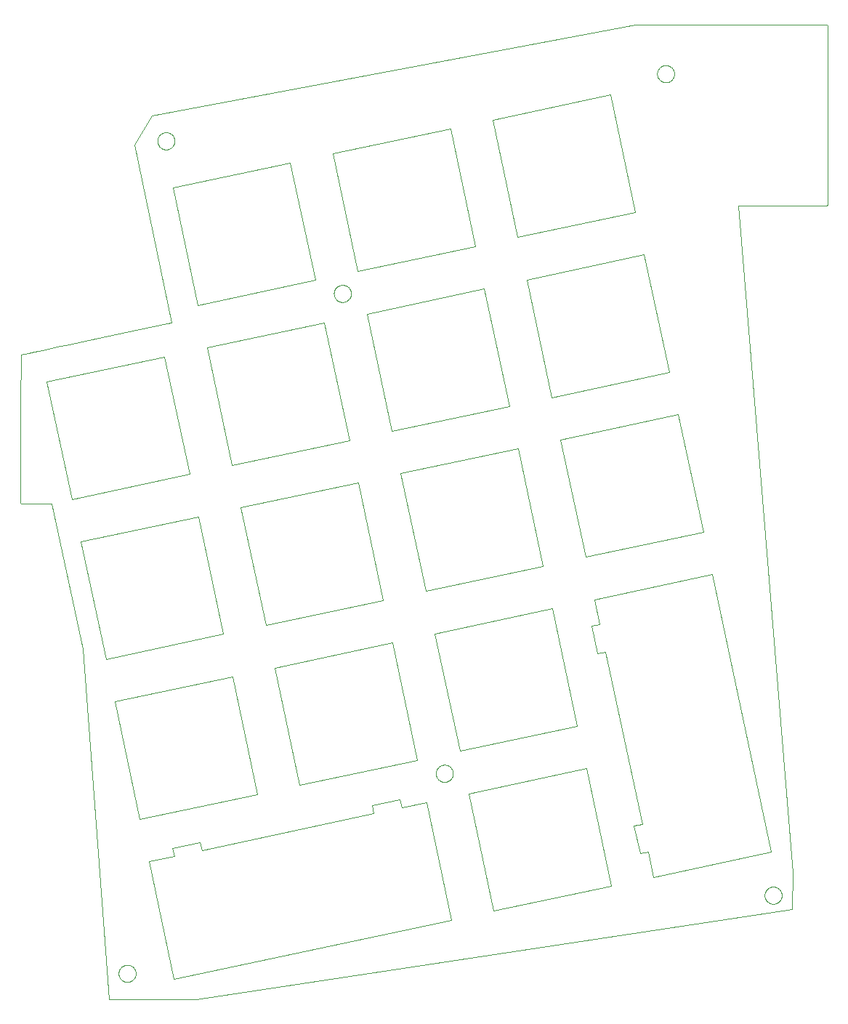
<source format=gm1>
G04 #@! TF.GenerationSoftware,KiCad,Pcbnew,(5.1.5-0-10_14)*
G04 #@! TF.CreationDate,2020-05-14T05:38:48+09:00*
G04 #@! TF.ProjectId,N-key-v02,4e2d6b65-792d-4763-9032-2e6b69636164,rev?*
G04 #@! TF.SameCoordinates,Original*
G04 #@! TF.FileFunction,Profile,NP*
%FSLAX46Y46*%
G04 Gerber Fmt 4.6, Leading zero omitted, Abs format (unit mm)*
G04 Created by KiCad (PCBNEW (5.1.5-0-10_14)) date 2020-05-14 05:38:48*
%MOMM*%
%LPD*%
G04 APERTURE LIST*
%ADD10C,0.050000*%
G04 APERTURE END LIST*
D10*
X174938387Y-66684440D02*
X174982429Y-66678264D01*
X174982429Y-66678264D02*
X175017812Y-66663284D01*
X175017812Y-66663284D02*
X175046689Y-66642101D01*
X175046689Y-66642101D02*
X175070035Y-66615284D01*
X175070035Y-66615284D02*
X175087487Y-66582529D01*
X175087487Y-66582529D02*
X175097446Y-66541977D01*
X175097446Y-66541977D02*
X175098407Y-66524420D01*
X168760260Y-148059944D02*
X168711070Y-148058761D01*
X168711070Y-148058761D02*
X168664278Y-148055425D01*
X168664278Y-148055425D02*
X168618892Y-148050089D01*
X168618892Y-148050089D02*
X168575881Y-148043085D01*
X168575881Y-148043085D02*
X168533128Y-148034194D01*
X168533128Y-148034194D02*
X168491066Y-148023514D01*
X168491066Y-148023514D02*
X168451202Y-148011559D01*
X168451202Y-148011559D02*
X168410621Y-147997486D01*
X168410621Y-147997486D02*
X168374548Y-147983293D01*
X168374548Y-147983293D02*
X168336421Y-147966483D01*
X168336421Y-147966483D02*
X168302008Y-147949630D01*
X168302008Y-147949630D02*
X168267695Y-147931149D01*
X168267695Y-147931149D02*
X168234846Y-147911788D01*
X168234846Y-147911788D02*
X168203133Y-147891437D01*
X168203133Y-147891437D02*
X168173164Y-147870603D01*
X168173164Y-147870603D02*
X168143419Y-147848257D01*
X168143419Y-147848257D02*
X168114261Y-147824607D01*
X168114261Y-147824607D02*
X168087415Y-147801159D01*
X168087415Y-147801159D02*
X168060890Y-147776263D01*
X168060890Y-147776263D02*
X168035544Y-147750696D01*
X168035544Y-147750696D02*
X168010505Y-147723534D01*
X168010505Y-147723534D02*
X167986714Y-147695750D01*
X167986714Y-147695750D02*
X167963364Y-147666351D01*
X167963364Y-147666351D02*
X167941981Y-147637300D01*
X167941981Y-147637300D02*
X167921636Y-147607464D01*
X167921636Y-147607464D02*
X167900021Y-147572988D01*
X167900021Y-147572988D02*
X167881694Y-147541070D01*
X167881694Y-147541070D02*
X167864353Y-147508088D01*
X167864353Y-147508088D02*
X167847357Y-147472493D01*
X167847357Y-147472493D02*
X167831740Y-147436136D01*
X167831740Y-147436136D02*
X167817665Y-147399411D01*
X167817665Y-147399411D02*
X167804897Y-147361640D01*
X167804897Y-147361640D02*
X167793205Y-147321718D01*
X167793205Y-147321718D02*
X167783062Y-147280742D01*
X167783062Y-147280742D02*
X167774485Y-147238349D01*
X167774485Y-147238349D02*
X167767608Y-147194541D01*
X167767608Y-147194541D02*
X167762405Y-147147353D01*
X167762405Y-147147353D02*
X167759416Y-147099525D01*
X167759416Y-147099525D02*
X167758654Y-147060031D01*
X98955472Y-142479564D02*
X98955472Y-142479564D01*
X96002384Y-143106944D02*
X98955472Y-142479564D01*
X98913224Y-156801778D02*
X96002384Y-143106944D01*
X131251234Y-149949704D02*
X98913224Y-156801778D01*
X128340394Y-136255718D02*
X131251234Y-149949704D01*
X125453260Y-136846691D02*
X128340394Y-136255718D01*
X125253447Y-135905198D02*
X125453260Y-136846691D01*
X122025107Y-136590998D02*
X125253447Y-135905198D01*
X122225767Y-137533338D02*
X122025107Y-136590998D01*
X102183389Y-141792918D02*
X122225767Y-137533338D01*
X81087842Y-84196894D02*
X81087440Y-84361182D01*
X81087440Y-84361182D02*
X81086087Y-84915115D01*
X81086087Y-84915115D02*
X81083052Y-86157586D01*
X81083052Y-86157586D02*
X81078895Y-87858419D01*
X81078895Y-87858419D02*
X81075749Y-89145736D01*
X81075749Y-89145736D02*
X81070645Y-91234286D01*
X81070645Y-91234286D02*
X81063525Y-94147007D01*
X81063525Y-94147007D02*
X81056740Y-96922267D01*
X81056740Y-96922267D02*
X81051000Y-99269785D01*
X81051000Y-99269785D02*
X81047877Y-100545853D01*
X81047877Y-100545853D02*
X81046772Y-100997217D01*
X81046772Y-100997217D02*
X81046222Y-101222338D01*
X81046222Y-101222338D02*
X81046017Y-101305995D01*
X81046017Y-101305995D02*
X81052150Y-101350268D01*
X81052150Y-101350268D02*
X81066971Y-101385559D01*
X81066971Y-101385559D02*
X81088106Y-101414517D01*
X81088106Y-101414517D02*
X81092753Y-101419364D01*
X88301188Y-118396978D02*
X91398549Y-159187684D01*
X148277699Y-118906671D02*
X147591054Y-115679178D01*
X149219194Y-118706858D02*
X148277699Y-118906671D01*
X153479619Y-138749151D02*
X149219194Y-118706858D01*
X152537279Y-138948964D02*
X153479619Y-138749151D01*
X153223927Y-142177304D02*
X152537279Y-138948964D01*
X154165420Y-141976644D02*
X153223927Y-142177304D01*
X170989534Y-148716958D02*
X171020014Y-144425204D01*
X101495726Y-159187684D02*
X170989534Y-148716958D01*
X105737780Y-121576211D02*
X108648620Y-135270198D01*
X154165420Y-141976644D02*
X154165420Y-141976644D01*
X154792800Y-144929818D02*
X154165420Y-141976644D01*
X168487634Y-142018978D02*
X154792800Y-144929818D01*
X161636407Y-109680883D02*
X168487634Y-142018978D01*
X147941574Y-112591723D02*
X161636407Y-109680883D01*
X148533394Y-115478518D02*
X147941574Y-112591723D01*
X147591054Y-115679178D02*
X148533394Y-115478518D01*
X168760260Y-148059944D02*
X168760260Y-148059944D01*
X146962827Y-132274691D02*
X146962827Y-132274691D01*
X133268840Y-135185531D02*
X146962827Y-132274691D01*
X136179680Y-148880364D02*
X133268840Y-135185531D01*
X149873666Y-145968678D02*
X136179680Y-148880364D01*
X146962827Y-132274691D02*
X149873666Y-145968678D01*
X169758480Y-147060031D02*
X169757273Y-147109538D01*
X169757273Y-147109538D02*
X169753850Y-147156844D01*
X169753850Y-147156844D02*
X169748479Y-147201951D01*
X169748479Y-147201951D02*
X169741278Y-147245651D01*
X169741278Y-147245651D02*
X169732559Y-147287177D01*
X169732559Y-147287177D02*
X169722348Y-147327304D01*
X169722348Y-147327304D02*
X169710424Y-147367129D01*
X169710424Y-147367129D02*
X169697438Y-147404803D01*
X169697438Y-147404803D02*
X169681254Y-147445998D01*
X169681254Y-147445998D02*
X169665899Y-147480775D01*
X169665899Y-147480775D02*
X169649279Y-147514845D01*
X169649279Y-147514845D02*
X169631422Y-147548172D01*
X169631422Y-147548172D02*
X169610783Y-147583302D01*
X169610783Y-147583302D02*
X169589618Y-147616246D01*
X169589618Y-147616246D02*
X169568982Y-147645857D01*
X169568982Y-147645857D02*
X169547322Y-147674672D01*
X169547322Y-147674672D02*
X169524664Y-147702669D01*
X169524664Y-147702669D02*
X169501161Y-147729679D01*
X169501161Y-147729679D02*
X169476464Y-147756096D01*
X169476464Y-147756096D02*
X169450975Y-147781473D01*
X169450975Y-147781473D02*
X169424593Y-147805922D01*
X169424593Y-147805922D02*
X169397350Y-147829423D01*
X169397350Y-147829423D02*
X169369269Y-147851941D01*
X169369269Y-147851941D02*
X169340379Y-147873457D01*
X169340379Y-147873457D02*
X169310704Y-147893940D01*
X169310704Y-147893940D02*
X169280113Y-147913463D01*
X169280113Y-147913463D02*
X169248130Y-147932261D01*
X169248130Y-147932261D02*
X169214401Y-147950409D01*
X169214401Y-147950409D02*
X169177858Y-147968240D01*
X169177858Y-147968240D02*
X169141739Y-147984097D01*
X169141739Y-147984097D02*
X169103467Y-147999075D01*
X169103467Y-147999075D02*
X169065912Y-148012030D01*
X169065912Y-148012030D02*
X169026598Y-148023823D01*
X169026598Y-148023823D02*
X168985879Y-148034194D01*
X168985879Y-148034194D02*
X168943755Y-148043013D01*
X168943755Y-148043013D02*
X168900434Y-148050116D01*
X168900434Y-148050116D02*
X168855542Y-148055425D01*
X168855542Y-148055425D02*
X168807487Y-148058836D01*
X168807487Y-148058836D02*
X168760260Y-148059944D01*
X168760260Y-146060118D02*
X168809079Y-146061299D01*
X168809079Y-146061299D02*
X168856131Y-146064697D01*
X168856131Y-146064697D02*
X168903535Y-146070399D01*
X168903535Y-146070399D02*
X168946431Y-146077574D01*
X168946431Y-146077574D02*
X168989827Y-146086829D01*
X168989827Y-146086829D02*
X169030670Y-146097432D01*
X169030670Y-146097432D02*
X169070279Y-146109522D01*
X169070279Y-146109522D02*
X169107756Y-146122665D01*
X169107756Y-146122665D02*
X169144193Y-146137099D01*
X169144193Y-146137099D02*
X169180607Y-146153227D01*
X169180607Y-146153227D02*
X169214570Y-146169888D01*
X169214570Y-146169888D02*
X169247802Y-146187783D01*
X169247802Y-146187783D02*
X169279954Y-146206689D01*
X169279954Y-146206689D02*
X169310704Y-146226332D01*
X169310704Y-146226332D02*
X169340683Y-146247054D01*
X169340683Y-146247054D02*
X169370456Y-146269288D01*
X169370456Y-146269288D02*
X169398502Y-146291868D01*
X169398502Y-146291868D02*
X169425710Y-146315424D01*
X169425710Y-146315424D02*
X169455286Y-146343059D01*
X169455286Y-146343059D02*
X169480624Y-146368601D01*
X169480624Y-146368601D02*
X169505041Y-146395039D01*
X169505041Y-146395039D02*
X169528510Y-146422343D01*
X169528510Y-146422343D02*
X169550772Y-146450188D01*
X169550772Y-146450188D02*
X169572493Y-146479445D01*
X169572493Y-146479445D02*
X169592955Y-146509190D01*
X169592955Y-146509190D02*
X169613146Y-146540986D01*
X169613146Y-146540986D02*
X169631607Y-146572586D01*
X169631607Y-146572586D02*
X169649279Y-146605582D01*
X169649279Y-146605582D02*
X169665899Y-146639642D01*
X169665899Y-146639642D02*
X169681695Y-146675466D01*
X169681695Y-146675466D02*
X169696378Y-146712721D01*
X169696378Y-146712721D02*
X169709477Y-146750322D01*
X169709477Y-146750322D02*
X169721208Y-146788957D01*
X169721208Y-146788957D02*
X169731583Y-146828990D01*
X169731583Y-146828990D02*
X169740624Y-146871182D01*
X169740624Y-146871182D02*
X169747976Y-146914788D01*
X169747976Y-146914788D02*
X169753502Y-146959797D01*
X169753502Y-146959797D02*
X169757215Y-147009391D01*
X169757215Y-147009391D02*
X169758479Y-147059626D01*
X169758479Y-147059626D02*
X169758480Y-147060031D01*
X167758654Y-147060031D02*
X167759824Y-147011186D01*
X167759824Y-147011186D02*
X167763271Y-146963345D01*
X167763271Y-146963345D02*
X167768853Y-146916730D01*
X167768853Y-146916730D02*
X167776114Y-146873097D01*
X167776114Y-146873097D02*
X167784885Y-146831631D01*
X167784885Y-146831631D02*
X167795248Y-146791185D01*
X167795248Y-146791185D02*
X167807002Y-146752146D01*
X167807002Y-146752146D02*
X167820157Y-146714155D01*
X167820157Y-146714155D02*
X167834635Y-146677223D01*
X167834635Y-146677223D02*
X167849883Y-146642398D01*
X167849883Y-146642398D02*
X167867089Y-146606929D01*
X167867089Y-146606929D02*
X167884900Y-146573574D01*
X167884900Y-146573574D02*
X167903333Y-146541952D01*
X167903333Y-146541952D02*
X167923292Y-146510447D01*
X167923292Y-146510447D02*
X167943942Y-146480363D01*
X167943942Y-146480363D02*
X167966109Y-146450485D01*
X167966109Y-146450485D02*
X167988628Y-146422343D01*
X167988628Y-146422343D02*
X168012126Y-146395039D01*
X168012126Y-146395039D02*
X168036582Y-146368601D01*
X168036582Y-146368601D02*
X168061965Y-146343059D01*
X168061965Y-146343059D02*
X168088250Y-146318436D01*
X168088250Y-146318436D02*
X168116272Y-146294035D01*
X168116272Y-146294035D02*
X168149359Y-146267451D01*
X168149359Y-146267451D02*
X168180814Y-146244216D01*
X168180814Y-146244216D02*
X168210670Y-146223844D01*
X168210670Y-146223844D02*
X168242579Y-146203750D01*
X168242579Y-146203750D02*
X168274791Y-146185112D01*
X168274791Y-146185112D02*
X168308424Y-146167309D01*
X168308424Y-146167309D02*
X168344359Y-146150046D01*
X168344359Y-146150046D02*
X168380720Y-146134332D01*
X168380720Y-146134332D02*
X168417810Y-146120025D01*
X168417810Y-146120025D02*
X168455597Y-146107162D01*
X168455597Y-146107162D02*
X168495165Y-146095472D01*
X168495165Y-146095472D02*
X168535780Y-146085295D01*
X168535780Y-146085295D02*
X168577420Y-146076715D01*
X168577420Y-146076715D02*
X168621234Y-146069657D01*
X168621234Y-146069657D02*
X168666456Y-146064436D01*
X168666456Y-146064436D02*
X168714276Y-146061149D01*
X168714276Y-146061149D02*
X168760260Y-146060118D01*
X101774280Y-102928716D02*
X104685374Y-116623211D01*
X143005507Y-113654374D02*
X143005507Y-113654374D01*
X129310674Y-116565638D02*
X143005507Y-113654374D01*
X132221514Y-130259624D02*
X129310674Y-116565638D01*
X145916347Y-127348784D02*
X132221514Y-130259624D01*
X143005507Y-113654374D02*
X145916347Y-127348784D01*
X129453760Y-132858891D02*
X129454931Y-132810046D01*
X129454931Y-132810046D02*
X129458385Y-132762205D01*
X129458385Y-132762205D02*
X129463810Y-132716758D01*
X129463810Y-132716758D02*
X129471250Y-132671957D01*
X129471250Y-132671957D02*
X129480034Y-132630491D01*
X129480034Y-132630491D02*
X129490414Y-132590045D01*
X129490414Y-132590045D02*
X129502186Y-132551006D01*
X129502186Y-132551006D02*
X129515359Y-132513015D01*
X129515359Y-132513015D02*
X129531031Y-132473273D01*
X129531031Y-132473273D02*
X129546401Y-132438502D01*
X129546401Y-132438502D02*
X129563042Y-132404442D01*
X129563042Y-132404442D02*
X129581012Y-132370951D01*
X129581012Y-132370951D02*
X129600011Y-132338558D01*
X129600011Y-132338558D02*
X129620279Y-132306796D01*
X129620279Y-132306796D02*
X129640819Y-132277081D01*
X129640819Y-132277081D02*
X129662390Y-132248157D01*
X129662390Y-132248157D02*
X129685931Y-132218895D01*
X129685931Y-132218895D02*
X129709529Y-132191663D01*
X129709529Y-132191663D02*
X129734079Y-132165299D01*
X129734079Y-132165299D02*
X129759552Y-132139832D01*
X129759552Y-132139832D02*
X129785924Y-132115286D01*
X129785924Y-132115286D02*
X129812880Y-132091930D01*
X129812880Y-132091930D02*
X129844527Y-132066540D01*
X129844527Y-132066540D02*
X129876289Y-132043076D01*
X129876289Y-132043076D02*
X129906151Y-132022704D01*
X129906151Y-132022704D02*
X129938063Y-132002610D01*
X129938063Y-132002610D02*
X129970274Y-131983972D01*
X129970274Y-131983972D02*
X130003903Y-131966169D01*
X130003903Y-131966169D02*
X130039830Y-131948906D01*
X130039830Y-131948906D02*
X130076180Y-131933192D01*
X130076180Y-131933192D02*
X130112714Y-131919081D01*
X130112714Y-131919081D02*
X130151022Y-131906022D01*
X130151022Y-131906022D02*
X130189819Y-131894536D01*
X130189819Y-131894536D02*
X130230392Y-131884329D01*
X130230392Y-131884329D02*
X130272367Y-131875646D01*
X130272367Y-131875646D02*
X130316132Y-131868571D01*
X130316132Y-131868571D02*
X130361693Y-131863296D01*
X130361693Y-131863296D02*
X130409451Y-131860009D01*
X130409451Y-131860009D02*
X130455367Y-131858978D01*
X130455367Y-133858804D02*
X130402847Y-133857451D01*
X130402847Y-133857451D02*
X130355373Y-133853884D01*
X130355373Y-133853884D02*
X130308339Y-133848109D01*
X130308339Y-133848109D02*
X130265455Y-133840861D01*
X130265455Y-133840861D02*
X130223584Y-133831905D01*
X130223584Y-133831905D02*
X130182010Y-133821125D01*
X130182010Y-133821125D02*
X130142610Y-133809112D01*
X130142610Y-133809112D02*
X130104636Y-133795812D01*
X130104636Y-133795812D02*
X130068781Y-133781640D01*
X130068781Y-133781640D02*
X130031894Y-133765343D01*
X130031894Y-133765343D02*
X129997488Y-133748490D01*
X129997488Y-133748490D02*
X129963178Y-133730009D01*
X129963178Y-133730009D02*
X129930330Y-133710648D01*
X129930330Y-133710648D02*
X129898613Y-133690297D01*
X129898613Y-133690297D02*
X129868638Y-133669463D01*
X129868638Y-133669463D02*
X129837702Y-133646193D01*
X129837702Y-133646193D02*
X129809716Y-133623467D01*
X129809716Y-133623467D02*
X129782858Y-133600019D01*
X129782858Y-133600019D02*
X129756319Y-133575123D01*
X129756319Y-133575123D02*
X129730959Y-133549556D01*
X129730959Y-133549556D02*
X129706527Y-133523094D01*
X129706527Y-133523094D02*
X129682333Y-133494900D01*
X129682333Y-133494900D02*
X129659638Y-133466404D01*
X129659638Y-133466404D02*
X129635801Y-133434009D01*
X129635801Y-133434009D02*
X129615309Y-133403803D01*
X129615309Y-133403803D02*
X129594546Y-133370553D01*
X129594546Y-133370553D02*
X129575793Y-133337778D01*
X129575793Y-133337778D02*
X129558171Y-133304068D01*
X129558171Y-133304068D02*
X129541968Y-133269969D01*
X129541968Y-133269969D02*
X129526814Y-133234642D01*
X129526814Y-133234642D02*
X129512735Y-133197912D01*
X129512735Y-133197912D02*
X129499963Y-133160134D01*
X129499963Y-133160134D02*
X129488368Y-133120578D01*
X129488368Y-133120578D02*
X129478209Y-133079602D01*
X129478209Y-133079602D02*
X129469617Y-133037209D01*
X129469617Y-133037209D02*
X129462729Y-132993401D01*
X129462729Y-132993401D02*
X129457517Y-132946213D01*
X129457517Y-132946213D02*
X129454523Y-132898385D01*
X129454523Y-132898385D02*
X129453760Y-132858891D01*
X105737780Y-121576211D02*
X105737780Y-121576211D01*
X81214419Y-84040768D02*
X81214419Y-84040768D01*
X94489729Y-156165084D02*
X94488532Y-156214320D01*
X94488532Y-156214320D02*
X94484948Y-156263342D01*
X94484948Y-156263342D02*
X94479200Y-156310514D01*
X94479200Y-156310514D02*
X94471882Y-156353926D01*
X94471882Y-156353926D02*
X94462488Y-156397625D01*
X94462488Y-156397625D02*
X94451954Y-156438003D01*
X94451954Y-156438003D02*
X94439795Y-156477700D01*
X94439795Y-156477700D02*
X94426590Y-156515250D01*
X94426590Y-156515250D02*
X94410915Y-156554555D01*
X94410915Y-156554555D02*
X94393967Y-156592333D01*
X94393967Y-156592333D02*
X94377103Y-156626250D01*
X94377103Y-156626250D02*
X94359008Y-156659425D01*
X94359008Y-156659425D02*
X94339714Y-156691827D01*
X94339714Y-156691827D02*
X94319255Y-156723427D01*
X94319255Y-156723427D02*
X94294316Y-156758731D01*
X94294316Y-156758731D02*
X94271209Y-156788794D01*
X94271209Y-156788794D02*
X94248473Y-156816239D01*
X94248473Y-156816239D02*
X94224287Y-156843398D01*
X94224287Y-156843398D02*
X94199413Y-156869391D01*
X94199413Y-156869391D02*
X94172532Y-156895501D01*
X94172532Y-156895501D02*
X94145828Y-156919615D01*
X94145828Y-156919615D02*
X94118269Y-156942767D01*
X94118269Y-156942767D02*
X94088687Y-156965835D01*
X94088687Y-156965835D02*
X94059468Y-156986942D01*
X94059468Y-156986942D02*
X94029162Y-157007212D01*
X94029162Y-157007212D02*
X93997443Y-157026772D01*
X93997443Y-157026772D02*
X93965131Y-157045079D01*
X93965131Y-157045079D02*
X93931074Y-157062703D01*
X93931074Y-157062703D02*
X93892637Y-157080660D01*
X93892637Y-157080660D02*
X93856708Y-157095681D01*
X93856708Y-157095681D02*
X93820090Y-157109321D01*
X93820090Y-157109321D02*
X93781170Y-157122056D01*
X93781170Y-157122056D02*
X93741201Y-157133309D01*
X93741201Y-157133309D02*
X93700392Y-157142958D01*
X93700392Y-157142958D02*
X93657814Y-157151107D01*
X93657814Y-157151107D02*
X93613262Y-157157591D01*
X93613262Y-157157591D02*
X93567714Y-157162108D01*
X93567714Y-157162108D02*
X93518000Y-157164648D01*
X93518000Y-157164648D02*
X93491509Y-157164998D01*
X93491509Y-155165171D02*
X93540747Y-155166371D01*
X93540747Y-155166371D02*
X93587420Y-155169750D01*
X93587420Y-155169750D02*
X93634840Y-155175452D01*
X93634840Y-155175452D02*
X93678132Y-155182699D01*
X93678132Y-155182699D02*
X93721156Y-155191882D01*
X93721156Y-155191882D02*
X93762008Y-155202485D01*
X93762008Y-155202485D02*
X93801625Y-155214575D01*
X93801625Y-155214575D02*
X93839109Y-155227718D01*
X93839109Y-155227718D02*
X93875550Y-155242152D01*
X93875550Y-155242152D02*
X93911966Y-155258280D01*
X93911966Y-155258280D02*
X93945931Y-155274941D01*
X93945931Y-155274941D02*
X93979164Y-155292836D01*
X93979164Y-155292836D02*
X94011315Y-155311742D01*
X94011315Y-155311742D02*
X94042065Y-155331385D01*
X94042065Y-155331385D02*
X94072042Y-155352107D01*
X94072042Y-155352107D02*
X94101811Y-155374341D01*
X94101811Y-155374341D02*
X94129856Y-155396921D01*
X94129856Y-155396921D02*
X94157060Y-155420477D01*
X94157060Y-155420477D02*
X94186631Y-155448112D01*
X94186631Y-155448112D02*
X94211965Y-155473654D01*
X94211965Y-155473654D02*
X94236378Y-155500092D01*
X94236378Y-155500092D02*
X94259842Y-155527396D01*
X94259842Y-155527396D02*
X94282099Y-155555241D01*
X94282099Y-155555241D02*
X94303813Y-155584498D01*
X94303813Y-155584498D02*
X94324371Y-155614399D01*
X94324371Y-155614399D02*
X94344454Y-155646039D01*
X94344454Y-155646039D02*
X94362910Y-155677639D01*
X94362910Y-155677639D02*
X94380576Y-155710635D01*
X94380576Y-155710635D02*
X94397189Y-155744695D01*
X94397189Y-155744695D02*
X94412980Y-155780519D01*
X94412980Y-155780519D02*
X94427657Y-155817774D01*
X94427657Y-155817774D02*
X94440750Y-155855375D01*
X94440750Y-155855375D02*
X94452477Y-155894010D01*
X94452477Y-155894010D02*
X94462846Y-155934043D01*
X94462846Y-155934043D02*
X94471882Y-155976235D01*
X94471882Y-155976235D02*
X94479230Y-156019841D01*
X94479230Y-156019841D02*
X94484753Y-156064850D01*
X94484753Y-156064850D02*
X94488465Y-156114444D01*
X94488465Y-156114444D02*
X94489728Y-156164679D01*
X94489728Y-156164679D02*
X94489729Y-156165084D01*
X92489733Y-156165084D02*
X92490903Y-156116239D01*
X92490903Y-156116239D02*
X92494355Y-156068398D01*
X92494355Y-156068398D02*
X92499777Y-156022951D01*
X92499777Y-156022951D02*
X92507214Y-155978150D01*
X92507214Y-155978150D02*
X92515996Y-155936684D01*
X92515996Y-155936684D02*
X92526370Y-155896238D01*
X92526370Y-155896238D02*
X92538138Y-155857199D01*
X92538138Y-155857199D02*
X92551306Y-155819208D01*
X92551306Y-155819208D02*
X92566971Y-155779466D01*
X92566971Y-155779466D02*
X92582335Y-155744695D01*
X92582335Y-155744695D02*
X92598972Y-155710635D01*
X92598972Y-155710635D02*
X92616847Y-155677309D01*
X92616847Y-155677309D02*
X92635341Y-155645716D01*
X92635341Y-155645716D02*
X92656195Y-155612989D01*
X92656195Y-155612989D02*
X92676731Y-155583274D01*
X92676731Y-155583274D02*
X92698298Y-155554350D01*
X92698298Y-155554350D02*
X92721835Y-155525088D01*
X92721835Y-155525088D02*
X92745430Y-155497856D01*
X92745430Y-155497856D02*
X92769717Y-155471762D01*
X92769717Y-155471762D02*
X92795451Y-155446025D01*
X92795451Y-155446025D02*
X92821822Y-155421479D01*
X92821822Y-155421479D02*
X92848777Y-155398123D01*
X92848777Y-155398123D02*
X92880426Y-155372733D01*
X92880426Y-155372733D02*
X92912190Y-155349269D01*
X92912190Y-155349269D02*
X92942054Y-155328897D01*
X92942054Y-155328897D02*
X92974940Y-155308218D01*
X92974940Y-155308218D02*
X93008010Y-155289159D01*
X93008010Y-155289159D02*
X93041179Y-155271679D01*
X93041179Y-155271679D02*
X93075760Y-155255099D01*
X93075760Y-155255099D02*
X93112120Y-155239385D01*
X93112120Y-155239385D02*
X93149208Y-155225078D01*
X93149208Y-155225078D02*
X93186988Y-155212215D01*
X93186988Y-155212215D02*
X93226921Y-155200423D01*
X93226921Y-155200423D02*
X93267150Y-155190348D01*
X93267150Y-155190348D02*
X93309158Y-155181697D01*
X93309158Y-155181697D02*
X93355303Y-155174334D01*
X93355303Y-155174334D02*
X93400538Y-155169236D01*
X93400538Y-155169236D02*
X93447763Y-155166104D01*
X93447763Y-155166104D02*
X93491509Y-155165171D01*
X93491509Y-157164998D02*
X93442354Y-157163813D01*
X93442354Y-157163813D02*
X93394603Y-157160376D01*
X93394603Y-157160376D02*
X93349059Y-157154959D01*
X93349059Y-157154959D02*
X93306082Y-157147893D01*
X93306082Y-157147893D02*
X93264500Y-157139204D01*
X93264500Y-157139204D02*
X93223008Y-157128662D01*
X93223008Y-157128662D02*
X93182411Y-157116476D01*
X93182411Y-157116476D02*
X93144892Y-157103505D01*
X93144892Y-157103505D02*
X93108239Y-157089181D01*
X93108239Y-157089181D02*
X93071614Y-157073159D01*
X93071614Y-157073159D02*
X93037458Y-157056598D01*
X93037458Y-157056598D02*
X93003213Y-157038339D01*
X93003213Y-157038339D02*
X92971389Y-157019793D01*
X92971389Y-157019793D02*
X92939535Y-156999606D01*
X92939535Y-156999606D02*
X92909429Y-156978928D01*
X92909429Y-156978928D02*
X92878344Y-156955819D01*
X92878344Y-156955819D02*
X92850218Y-156933240D01*
X92850218Y-156933240D02*
X92823218Y-156909933D01*
X92823218Y-156909933D02*
X92796937Y-156885566D01*
X92796937Y-156885566D02*
X92771021Y-156859748D01*
X92771021Y-156859748D02*
X92746685Y-156833699D01*
X92746685Y-156833699D02*
X92722799Y-156806223D01*
X92722799Y-156806223D02*
X92700142Y-156778183D01*
X92700142Y-156778183D02*
X92678489Y-156749325D01*
X92678489Y-156749325D02*
X92657029Y-156718425D01*
X92657029Y-156718425D02*
X92636718Y-156686696D01*
X92636718Y-156686696D02*
X92617586Y-156654168D01*
X92617586Y-156654168D02*
X92599923Y-156621378D01*
X92599923Y-156621378D02*
X92582977Y-156586840D01*
X92582977Y-156586840D02*
X92567561Y-156552101D01*
X92567561Y-156552101D02*
X92553105Y-156515786D01*
X92553105Y-156515786D02*
X92539627Y-156477517D01*
X92539627Y-156477517D02*
X92527837Y-156439116D01*
X92527837Y-156439116D02*
X92517382Y-156399320D01*
X92517382Y-156399320D02*
X92508396Y-156358136D01*
X92508396Y-156358136D02*
X92500918Y-156314981D01*
X92500918Y-156314981D02*
X92495144Y-156269644D01*
X92495144Y-156269644D02*
X92491332Y-156222105D01*
X92491332Y-156222105D02*
X92489755Y-156172151D01*
X92489755Y-156172151D02*
X92489733Y-156165084D01*
X94320226Y-59619092D02*
X98667860Y-80319245D01*
X96374917Y-56226329D02*
X94320226Y-59619092D01*
X175098407Y-66524420D02*
X175098407Y-45777108D01*
X81214419Y-84040768D02*
X81176537Y-84053990D01*
X81176537Y-84053990D02*
X81146018Y-84073819D01*
X81146018Y-84073819D02*
X81121302Y-84099336D01*
X81121302Y-84099336D02*
X81102348Y-84130652D01*
X81102348Y-84130652D02*
X81090382Y-84168772D01*
X81090382Y-84168772D02*
X81087842Y-84196894D01*
X106713140Y-101878850D02*
X120407974Y-98968010D01*
X109623980Y-115573344D02*
X106713140Y-101878850D01*
X123318814Y-112662504D02*
X109623980Y-115573344D01*
X120407974Y-98968010D02*
X123318814Y-112662504D01*
X101774280Y-102928716D02*
X101774280Y-102928716D01*
X88079785Y-105839556D02*
X101774280Y-102928716D01*
X90990625Y-119534051D02*
X88079785Y-105839556D01*
X104685374Y-116623211D02*
X90990625Y-119534051D01*
X174938387Y-45617088D02*
X152665126Y-45617088D01*
X101983152Y-140851424D02*
X102183389Y-141792918D01*
X98755236Y-141537224D02*
X101983152Y-140851424D01*
X98955472Y-142479564D02*
X98755236Y-141537224D01*
X93491509Y-157164998D02*
X93491509Y-157164998D01*
X152665126Y-45617088D02*
X96374917Y-56226329D01*
X98667860Y-80319245D02*
X98171819Y-80425014D01*
X98171819Y-80425014D02*
X94963264Y-81109166D01*
X94963264Y-81109166D02*
X92089708Y-81721887D01*
X92089708Y-81721887D02*
X88965325Y-82388089D01*
X88965325Y-82388089D02*
X86681587Y-82875041D01*
X86681587Y-82875041D02*
X85262696Y-83177585D01*
X85262696Y-83177585D02*
X83979950Y-83451098D01*
X83979950Y-83451098D02*
X83140488Y-83630091D01*
X83140488Y-83630091D02*
X82642651Y-83736241D01*
X82642651Y-83736241D02*
X81999647Y-83873344D01*
X81999647Y-83873344D02*
X81524590Y-83974635D01*
X81524590Y-83974635D02*
X81295466Y-84023487D01*
X81295466Y-84023487D02*
X81214419Y-84040768D01*
X171020014Y-144425204D02*
X164686947Y-66684440D01*
X130455367Y-133858804D02*
X130455367Y-133858804D01*
X124371220Y-117615504D02*
X124371220Y-117615504D01*
X110677234Y-120526344D02*
X124371220Y-117615504D01*
X175098407Y-45777108D02*
X175092276Y-45733173D01*
X175092276Y-45733173D02*
X175077253Y-45697656D01*
X175077253Y-45697656D02*
X175055908Y-45668620D01*
X175055908Y-45668620D02*
X175029002Y-45645291D01*
X175029002Y-45645291D02*
X174996243Y-45627915D01*
X174996243Y-45627915D02*
X174955445Y-45617991D01*
X174955445Y-45617991D02*
X174938387Y-45617088D01*
X113588074Y-134220331D02*
X110677234Y-120526344D01*
X127282060Y-131309491D02*
X113588074Y-134220331D01*
X124371220Y-117615504D02*
X127282060Y-131309491D01*
X131453587Y-132858891D02*
X131452380Y-132908398D01*
X131452380Y-132908398D02*
X131448957Y-132955704D01*
X131448957Y-132955704D02*
X131443586Y-133000811D01*
X131443586Y-133000811D02*
X131436385Y-133044511D01*
X131436385Y-133044511D02*
X131427666Y-133086037D01*
X131427666Y-133086037D02*
X131417455Y-133126164D01*
X131417455Y-133126164D02*
X131405531Y-133165989D01*
X131405531Y-133165989D02*
X131392545Y-133203663D01*
X131392545Y-133203663D02*
X131376361Y-133244858D01*
X131376361Y-133244858D02*
X131361006Y-133279635D01*
X131361006Y-133279635D02*
X131344386Y-133313705D01*
X131344386Y-133313705D02*
X131326529Y-133347032D01*
X131326529Y-133347032D02*
X131305890Y-133382162D01*
X131305890Y-133382162D02*
X131284725Y-133415106D01*
X131284725Y-133415106D02*
X131264089Y-133444717D01*
X131264089Y-133444717D02*
X131242429Y-133473532D01*
X131242429Y-133473532D02*
X131219771Y-133501529D01*
X131219771Y-133501529D02*
X131196268Y-133528539D01*
X131196268Y-133528539D02*
X131171571Y-133554956D01*
X131171571Y-133554956D02*
X131146082Y-133580333D01*
X131146082Y-133580333D02*
X131119700Y-133604782D01*
X131119700Y-133604782D02*
X131092457Y-133628283D01*
X131092457Y-133628283D02*
X131064376Y-133650801D01*
X131064376Y-133650801D02*
X131035486Y-133672317D01*
X131035486Y-133672317D02*
X131005811Y-133692800D01*
X131005811Y-133692800D02*
X130975220Y-133712323D01*
X130975220Y-133712323D02*
X130943237Y-133731121D01*
X130943237Y-133731121D02*
X130909508Y-133749269D01*
X130909508Y-133749269D02*
X130872965Y-133767100D01*
X130872965Y-133767100D02*
X130836846Y-133782957D01*
X130836846Y-133782957D02*
X130798574Y-133797935D01*
X130798574Y-133797935D02*
X130761019Y-133810890D01*
X130761019Y-133810890D02*
X130721705Y-133822683D01*
X130721705Y-133822683D02*
X130680986Y-133833054D01*
X130680986Y-133833054D02*
X130638862Y-133841873D01*
X130638862Y-133841873D02*
X130595541Y-133848976D01*
X130595541Y-133848976D02*
X130550649Y-133854285D01*
X130550649Y-133854285D02*
X130502594Y-133857696D01*
X130502594Y-133857696D02*
X130455367Y-133858804D01*
X130455367Y-131858978D02*
X130504186Y-131860159D01*
X130504186Y-131860159D02*
X130551238Y-131863557D01*
X130551238Y-131863557D02*
X130598642Y-131869259D01*
X130598642Y-131869259D02*
X130641538Y-131876434D01*
X130641538Y-131876434D02*
X130684934Y-131885689D01*
X130684934Y-131885689D02*
X130725777Y-131896292D01*
X130725777Y-131896292D02*
X130765386Y-131908382D01*
X130765386Y-131908382D02*
X130802863Y-131921525D01*
X130802863Y-131921525D02*
X130839300Y-131935959D01*
X130839300Y-131935959D02*
X130875714Y-131952087D01*
X130875714Y-131952087D02*
X130909677Y-131968748D01*
X130909677Y-131968748D02*
X130942909Y-131986643D01*
X130942909Y-131986643D02*
X130975061Y-132005549D01*
X130975061Y-132005549D02*
X131005811Y-132025192D01*
X131005811Y-132025192D02*
X131035790Y-132045914D01*
X131035790Y-132045914D02*
X131065563Y-132068148D01*
X131065563Y-132068148D02*
X131093609Y-132090728D01*
X131093609Y-132090728D02*
X131120817Y-132114284D01*
X131120817Y-132114284D02*
X131150393Y-132141919D01*
X131150393Y-132141919D02*
X131175731Y-132167461D01*
X131175731Y-132167461D02*
X131200148Y-132193899D01*
X131200148Y-132193899D02*
X131223617Y-132221203D01*
X131223617Y-132221203D02*
X131245879Y-132249048D01*
X131245879Y-132249048D02*
X131267600Y-132278305D01*
X131267600Y-132278305D02*
X131288062Y-132308050D01*
X131288062Y-132308050D02*
X131308253Y-132339846D01*
X131308253Y-132339846D02*
X131326714Y-132371446D01*
X131326714Y-132371446D02*
X131344386Y-132404442D01*
X131344386Y-132404442D02*
X131361006Y-132438502D01*
X131361006Y-132438502D02*
X131376802Y-132474326D01*
X131376802Y-132474326D02*
X131391485Y-132511581D01*
X131391485Y-132511581D02*
X131404584Y-132549182D01*
X131404584Y-132549182D02*
X131416315Y-132587817D01*
X131416315Y-132587817D02*
X131426690Y-132627850D01*
X131426690Y-132627850D02*
X131435731Y-132670042D01*
X131435731Y-132670042D02*
X131443083Y-132713648D01*
X131443083Y-132713648D02*
X131448609Y-132758657D01*
X131448609Y-132758657D02*
X131452322Y-132808251D01*
X131452322Y-132808251D02*
X131453586Y-132858486D01*
X131453586Y-132858486D02*
X131453587Y-132858891D01*
X92043370Y-124487051D02*
X105737780Y-121576211D01*
X94954210Y-138181038D02*
X92043370Y-124487051D01*
X108648620Y-135270198D02*
X94954210Y-138181038D01*
X164686947Y-66684440D02*
X174938387Y-66684440D01*
X156233827Y-50358929D02*
X156282646Y-50360110D01*
X156282646Y-50360110D02*
X156329698Y-50363508D01*
X156329698Y-50363508D02*
X156377102Y-50369211D01*
X156377102Y-50369211D02*
X156419998Y-50376389D01*
X156419998Y-50376389D02*
X156462455Y-50385425D01*
X156462455Y-50385425D02*
X156502757Y-50395832D01*
X156502757Y-50395832D02*
X156542392Y-50407865D01*
X156542392Y-50407865D02*
X156579894Y-50420952D01*
X156579894Y-50420952D02*
X156617760Y-50435920D01*
X156617760Y-50435920D02*
X156654174Y-50452049D01*
X156654174Y-50452049D02*
X156688137Y-50468711D01*
X156688137Y-50468711D02*
X156721369Y-50486607D01*
X156721369Y-50486607D02*
X156753521Y-50505513D01*
X156753521Y-50505513D02*
X156784271Y-50525156D01*
X156784271Y-50525156D02*
X156814250Y-50545879D01*
X156814250Y-50545879D02*
X156844023Y-50568112D01*
X156844023Y-50568112D02*
X156872069Y-50590691D01*
X156872069Y-50590691D02*
X156899277Y-50614247D01*
X156899277Y-50614247D02*
X156928853Y-50641880D01*
X156928853Y-50641880D02*
X156954191Y-50667422D01*
X156954191Y-50667422D02*
X156978608Y-50693856D01*
X156978608Y-50693856D02*
X157002077Y-50721158D01*
X157002077Y-50721158D02*
X157024339Y-50749001D01*
X157024339Y-50749001D02*
X157046060Y-50778255D01*
X157046060Y-50778255D02*
X157066522Y-50807995D01*
X157066522Y-50807995D02*
X157086713Y-50839786D01*
X157086713Y-50839786D02*
X157105174Y-50871381D01*
X157105174Y-50871381D02*
X157122846Y-50904370D01*
X157122846Y-50904370D02*
X157139466Y-50938425D01*
X157139466Y-50938425D02*
X157155262Y-50974240D01*
X157155262Y-50974240D02*
X157169945Y-51011486D01*
X157169945Y-51011486D02*
X157183044Y-51049077D01*
X157183044Y-51049077D02*
X157194775Y-51087702D01*
X157194775Y-51087702D02*
X157205150Y-51127722D01*
X157205150Y-51127722D02*
X157214191Y-51169900D01*
X157214191Y-51169900D02*
X157221543Y-51213490D01*
X157221543Y-51213490D02*
X157227109Y-51258876D01*
X157227109Y-51258876D02*
X157230700Y-51306459D01*
X157230700Y-51306459D02*
X157232042Y-51355843D01*
X157232042Y-51355843D02*
X157232047Y-51358673D01*
X157232047Y-51358673D02*
X157230840Y-51408188D01*
X157230840Y-51408188D02*
X157227417Y-51455502D01*
X157227417Y-51455502D02*
X157222046Y-51500617D01*
X157222046Y-51500617D02*
X157214555Y-51545863D01*
X157214555Y-51545863D02*
X157205640Y-51587941D01*
X157205640Y-51587941D02*
X157195242Y-51628418D01*
X157195242Y-51628418D02*
X157183636Y-51666933D01*
X157183636Y-51666933D02*
X157170608Y-51704596D01*
X157170608Y-51704596D02*
X157154821Y-51744728D01*
X157154821Y-51744728D02*
X157139466Y-51779516D01*
X157139466Y-51779516D02*
X157122846Y-51813596D01*
X157122846Y-51813596D02*
X157104989Y-51846935D01*
X157104989Y-51846935D02*
X157084350Y-51882075D01*
X157084350Y-51882075D02*
X157063185Y-51915032D01*
X157063185Y-51915032D02*
X157042549Y-51944653D01*
X157042549Y-51944653D02*
X157020889Y-51973481D01*
X157020889Y-51973481D02*
X156998471Y-52001201D01*
X156998471Y-52001201D02*
X156974979Y-52028232D01*
X156974979Y-52028232D02*
X156950031Y-52054935D01*
X156950031Y-52054935D02*
X156924542Y-52080323D01*
X156924542Y-52080323D02*
X156898578Y-52104407D01*
X156898578Y-52104407D02*
X156869763Y-52129251D01*
X156869763Y-52129251D02*
X156841795Y-52151622D01*
X156841795Y-52151622D02*
X156813030Y-52173002D01*
X156813030Y-52173002D02*
X156783019Y-52193670D01*
X156783019Y-52193670D02*
X156751274Y-52213845D01*
X156751274Y-52213845D02*
X156717420Y-52233574D01*
X156717420Y-52233574D02*
X156684099Y-52251312D01*
X156684099Y-52251312D02*
X156650050Y-52267810D01*
X156650050Y-52267810D02*
X156613901Y-52283621D01*
X156613901Y-52283621D02*
X156577034Y-52298024D01*
X156577034Y-52298024D02*
X156539479Y-52310986D01*
X156539479Y-52310986D02*
X156500165Y-52322784D01*
X156500165Y-52322784D02*
X156459446Y-52333161D01*
X156459446Y-52333161D02*
X156417322Y-52341984D01*
X156417322Y-52341984D02*
X156374001Y-52349090D01*
X156374001Y-52349090D02*
X156329109Y-52354403D01*
X156329109Y-52354403D02*
X156281054Y-52357817D01*
X156281054Y-52357817D02*
X156233827Y-52358925D01*
X98009068Y-60179924D02*
X98009068Y-60179924D01*
X156233827Y-52358925D02*
X156233827Y-52358925D01*
X84702346Y-101466354D02*
X88301188Y-118396978D01*
X81092753Y-101419364D02*
X81120615Y-101441690D01*
X81120615Y-101441690D02*
X81154582Y-101457876D01*
X81154582Y-101457876D02*
X81196478Y-101466066D01*
X81196478Y-101466066D02*
X81206037Y-101466354D01*
X91398549Y-159187684D02*
X101495726Y-159187684D01*
X81206037Y-101466354D02*
X84702346Y-101466354D01*
X128258267Y-111612639D02*
X125347427Y-97918143D01*
X141952254Y-108701798D02*
X128258267Y-111612639D01*
X139041414Y-95007303D02*
X141952254Y-108701798D01*
X120407974Y-98968010D02*
X120407974Y-98968010D01*
X121389260Y-79297996D02*
X135084094Y-76387156D01*
X124300100Y-92992490D02*
X121389260Y-79297996D01*
X137994934Y-90081566D02*
X124300100Y-92992490D01*
X135084094Y-76387156D02*
X137994934Y-90081566D01*
X116449807Y-80347862D02*
X116449807Y-80347862D01*
X102755566Y-83258702D02*
X116449807Y-80347862D01*
X105666660Y-96953197D02*
X102755566Y-83258702D01*
X119360647Y-94042272D02*
X105666660Y-96953197D01*
X116449807Y-80347862D02*
X119360647Y-94042272D01*
X97816452Y-84308569D02*
X97816452Y-84308569D01*
X84121957Y-87219409D02*
X97816452Y-84308569D01*
X87032797Y-100913904D02*
X84121957Y-87219409D01*
X100727292Y-98002979D02*
X87032797Y-100913904D01*
X97816452Y-84308569D02*
X100727292Y-98002979D01*
X157674854Y-91046596D02*
X157674854Y-91046596D01*
X143980867Y-93957436D02*
X157674854Y-91046596D01*
X146891707Y-107651931D02*
X143980867Y-93957436D01*
X160585694Y-104741091D02*
X146891707Y-107651931D01*
X157674854Y-91046596D02*
X160585694Y-104741091D01*
X139041414Y-95007303D02*
X139041414Y-95007303D01*
X125347427Y-97918143D02*
X139041414Y-95007303D01*
X118572400Y-77958230D02*
X118572400Y-77958230D01*
X112486560Y-61700706D02*
X112486560Y-61700706D01*
X98792066Y-64611546D02*
X112486560Y-61700706D01*
X101702906Y-78306041D02*
X98792066Y-64611546D01*
X115397400Y-75395201D02*
X101702906Y-78306041D01*
X112486560Y-61700706D02*
X115397400Y-75395201D01*
X119570620Y-76957978D02*
X119569413Y-77007493D01*
X119569413Y-77007493D02*
X119565990Y-77054807D01*
X119565990Y-77054807D02*
X119560619Y-77099922D01*
X119560619Y-77099922D02*
X119553128Y-77145168D01*
X119553128Y-77145168D02*
X119544213Y-77187246D01*
X119544213Y-77187246D02*
X119533815Y-77227723D01*
X119533815Y-77227723D02*
X119522209Y-77266238D01*
X119522209Y-77266238D02*
X119509181Y-77303901D01*
X119509181Y-77303901D02*
X119493394Y-77344033D01*
X119493394Y-77344033D02*
X119478039Y-77378821D01*
X119478039Y-77378821D02*
X119461419Y-77412901D01*
X119461419Y-77412901D02*
X119443562Y-77446240D01*
X119443562Y-77446240D02*
X119422923Y-77481380D01*
X119422923Y-77481380D02*
X119401758Y-77514337D01*
X119401758Y-77514337D02*
X119381122Y-77543958D01*
X119381122Y-77543958D02*
X119359462Y-77572786D01*
X119359462Y-77572786D02*
X119337044Y-77600506D01*
X119337044Y-77600506D02*
X119313552Y-77627537D01*
X119313552Y-77627537D02*
X119288604Y-77654240D01*
X119288604Y-77654240D02*
X119263115Y-77679628D01*
X119263115Y-77679628D02*
X119237151Y-77703712D01*
X119237151Y-77703712D02*
X119208336Y-77728556D01*
X119208336Y-77728556D02*
X119180368Y-77750927D01*
X119180368Y-77750927D02*
X119151603Y-77772307D01*
X119151603Y-77772307D02*
X119121592Y-77792975D01*
X119121592Y-77792975D02*
X119089847Y-77813150D01*
X119089847Y-77813150D02*
X119055993Y-77832879D01*
X119055993Y-77832879D02*
X119022672Y-77850617D01*
X119022672Y-77850617D02*
X118988623Y-77867115D01*
X118988623Y-77867115D02*
X118952474Y-77882926D01*
X118952474Y-77882926D02*
X118915607Y-77897329D01*
X118915607Y-77897329D02*
X118878052Y-77910291D01*
X118878052Y-77910291D02*
X118838738Y-77922089D01*
X118838738Y-77922089D02*
X118798019Y-77932466D01*
X118798019Y-77932466D02*
X118755895Y-77941289D01*
X118755895Y-77941289D02*
X118712574Y-77948395D01*
X118712574Y-77948395D02*
X118667682Y-77953708D01*
X118667682Y-77953708D02*
X118619627Y-77957122D01*
X118619627Y-77957122D02*
X118572400Y-77958230D01*
X118572400Y-75958150D02*
X118621219Y-75959331D01*
X118621219Y-75959331D02*
X118668271Y-75962731D01*
X118668271Y-75962731D02*
X118715675Y-75968434D01*
X118715675Y-75968434D02*
X118758571Y-75975612D01*
X118758571Y-75975612D02*
X118801028Y-75984650D01*
X118801028Y-75984650D02*
X118841330Y-75995059D01*
X118841330Y-75995059D02*
X118880965Y-76007094D01*
X118880965Y-76007094D02*
X118918467Y-76020183D01*
X118918467Y-76020183D02*
X118956333Y-76035153D01*
X118956333Y-76035153D02*
X118992747Y-76051285D01*
X118992747Y-76051285D02*
X119026710Y-76067950D01*
X119026710Y-76067950D02*
X119059942Y-76085848D01*
X119059942Y-76085848D02*
X119092094Y-76104758D01*
X119092094Y-76104758D02*
X119122844Y-76124404D01*
X119122844Y-76124404D02*
X119152823Y-76145128D01*
X119152823Y-76145128D02*
X119182596Y-76167365D01*
X119182596Y-76167365D02*
X119210642Y-76189948D01*
X119210642Y-76189948D02*
X119237850Y-76213506D01*
X119237850Y-76213506D02*
X119267426Y-76241142D01*
X119267426Y-76241142D02*
X119292764Y-76266688D01*
X119292764Y-76266688D02*
X119317181Y-76293126D01*
X119317181Y-76293126D02*
X119340650Y-76320430D01*
X119340650Y-76320430D02*
X119362912Y-76348275D01*
X119362912Y-76348275D02*
X119384633Y-76377532D01*
X119384633Y-76377532D02*
X119405095Y-76407276D01*
X119405095Y-76407276D02*
X119425286Y-76439069D01*
X119425286Y-76439069D02*
X119443747Y-76470667D01*
X119443747Y-76470667D02*
X119461419Y-76503659D01*
X119461419Y-76503659D02*
X119478039Y-76537715D01*
X119478039Y-76537715D02*
X119493835Y-76573533D01*
X119493835Y-76573533D02*
X119508518Y-76610782D01*
X119508518Y-76610782D02*
X119521617Y-76648375D01*
X119521617Y-76648375D02*
X119533348Y-76687001D01*
X119533348Y-76687001D02*
X119543723Y-76727023D01*
X119543723Y-76727023D02*
X119552764Y-76769203D01*
X119552764Y-76769203D02*
X119560116Y-76812793D01*
X119560116Y-76812793D02*
X119565682Y-76858180D01*
X119565682Y-76858180D02*
X119569273Y-76905764D01*
X119569273Y-76905764D02*
X119570615Y-76955148D01*
X119570615Y-76955148D02*
X119570620Y-76957978D01*
X117570794Y-76957978D02*
X117572135Y-76905764D01*
X117572135Y-76905764D02*
X117575719Y-76858180D01*
X117575719Y-76858180D02*
X117581275Y-76812793D01*
X117581275Y-76812793D02*
X117588547Y-76769586D01*
X117588547Y-76769586D02*
X117597512Y-76727588D01*
X117597512Y-76727588D02*
X117607959Y-76687187D01*
X117607959Y-76687187D02*
X117619736Y-76648375D01*
X117619736Y-76648375D02*
X117633894Y-76607918D01*
X117633894Y-76607918D02*
X117649574Y-76568624D01*
X117649574Y-76568624D02*
X117665063Y-76533934D01*
X117665063Y-76533934D02*
X117681996Y-76499620D01*
X117681996Y-76499620D02*
X117700003Y-76466389D01*
X117700003Y-76466389D02*
X117719215Y-76433927D01*
X117719215Y-76433927D02*
X117739602Y-76402265D01*
X117739602Y-76402265D02*
X117760252Y-76372650D01*
X117760252Y-76372650D02*
X117782163Y-76343528D01*
X117782163Y-76343528D02*
X117805341Y-76314957D01*
X117805341Y-76314957D02*
X117829284Y-76287546D01*
X117829284Y-76287546D02*
X117853673Y-76261559D01*
X117853673Y-76261559D02*
X117879508Y-76235937D01*
X117879508Y-76235937D02*
X117905977Y-76211506D01*
X117905977Y-76211506D02*
X117933027Y-76188269D01*
X117933027Y-76188269D02*
X117961499Y-76165528D01*
X117961499Y-76165528D02*
X117992954Y-76142290D01*
X117992954Y-76142290D02*
X118022810Y-76121915D01*
X118022810Y-76121915D02*
X118054719Y-76101819D01*
X118054719Y-76101819D02*
X118086931Y-76083177D01*
X118086931Y-76083177D02*
X118120564Y-76065370D01*
X118120564Y-76065370D02*
X118156499Y-76048104D01*
X118156499Y-76048104D02*
X118192860Y-76032386D01*
X118192860Y-76032386D02*
X118229950Y-76018076D01*
X118229950Y-76018076D02*
X118267737Y-76005209D01*
X118267737Y-76005209D02*
X118307305Y-75993516D01*
X118307305Y-75993516D02*
X118347920Y-75983335D01*
X118347920Y-75983335D02*
X118389560Y-75974752D01*
X118389560Y-75974752D02*
X118433374Y-75967692D01*
X118433374Y-75967692D02*
X118478596Y-75962470D01*
X118478596Y-75962470D02*
X118526416Y-75959181D01*
X118526416Y-75959181D02*
X118572400Y-75958150D01*
X118572400Y-77958230D02*
X118523210Y-77957047D01*
X118523210Y-77957047D02*
X118476418Y-77953708D01*
X118476418Y-77953708D02*
X118431032Y-77948368D01*
X118431032Y-77948368D02*
X118388021Y-77941361D01*
X118388021Y-77941361D02*
X118345268Y-77932466D01*
X118345268Y-77932466D02*
X118303206Y-77921780D01*
X118303206Y-77921780D02*
X118263159Y-77909760D01*
X118263159Y-77909760D02*
X118222761Y-77895740D01*
X118222761Y-77895740D02*
X118186688Y-77881539D01*
X118186688Y-77881539D02*
X118149594Y-77865202D01*
X118149594Y-77865202D02*
X118115498Y-77848554D01*
X118115498Y-77848554D02*
X118082472Y-77830853D01*
X118082472Y-77830853D02*
X118050848Y-77812364D01*
X118050848Y-77812364D02*
X118019349Y-77792351D01*
X118019349Y-77792351D02*
X117986677Y-77769786D01*
X117986677Y-77769786D02*
X117957931Y-77748286D01*
X117957931Y-77748286D02*
X117930140Y-77725915D01*
X117930140Y-77725915D02*
X117903038Y-77702462D01*
X117903038Y-77702462D02*
X117876532Y-77677808D01*
X117876532Y-77677808D02*
X117851063Y-77652355D01*
X117851063Y-77652355D02*
X117826645Y-77626144D01*
X117826645Y-77626144D02*
X117802689Y-77598492D01*
X117802689Y-77598492D02*
X117780086Y-77570415D01*
X117780086Y-77570415D02*
X117756738Y-77539077D01*
X117756738Y-77539077D02*
X117736261Y-77509324D01*
X117736261Y-77509324D02*
X117716061Y-77477522D01*
X117716061Y-77477522D02*
X117697040Y-77444922D01*
X117697040Y-77444922D02*
X117678542Y-77410200D01*
X117678542Y-77410200D02*
X117661547Y-77375028D01*
X117661547Y-77375028D02*
X117646192Y-77339812D01*
X117646192Y-77339812D02*
X117631769Y-77302826D01*
X117631769Y-77302826D02*
X117618318Y-77263679D01*
X117618318Y-77263679D02*
X117606769Y-77224933D01*
X117606769Y-77224933D02*
X117596499Y-77184413D01*
X117596499Y-77184413D02*
X117587678Y-77142096D01*
X117587678Y-77142096D02*
X117580606Y-77098753D01*
X117580606Y-77098753D02*
X117575261Y-77053227D01*
X117575261Y-77053227D02*
X117571898Y-77005493D01*
X117571898Y-77005493D02*
X117570794Y-76957978D01*
X153717534Y-72426449D02*
X153717534Y-72426449D01*
X140022700Y-75337289D02*
X153717534Y-72426449D01*
X142933540Y-89031784D02*
X140022700Y-75337289D01*
X156628374Y-86120944D02*
X142933540Y-89031784D01*
X153717534Y-72426449D02*
X156628374Y-86120944D01*
X135084094Y-76387156D02*
X135084094Y-76387156D01*
X155232220Y-51358673D02*
X155233561Y-51306459D01*
X155233561Y-51306459D02*
X155237145Y-51258876D01*
X155237145Y-51258876D02*
X155242701Y-51213490D01*
X155242701Y-51213490D02*
X155249973Y-51170283D01*
X155249973Y-51170283D02*
X155258938Y-51128287D01*
X155258938Y-51128287D02*
X155269229Y-51088444D01*
X155269229Y-51088444D02*
X155281162Y-51049077D01*
X155281162Y-51049077D02*
X155295320Y-51008622D01*
X155295320Y-51008622D02*
X155311000Y-50969331D01*
X155311000Y-50969331D02*
X155326489Y-50934644D01*
X155326489Y-50934644D02*
X155343422Y-50900332D01*
X155343422Y-50900332D02*
X155361522Y-50866939D01*
X155361522Y-50866939D02*
X155380641Y-50834645D01*
X155380641Y-50834645D02*
X155401029Y-50802985D01*
X155401029Y-50802985D02*
X155421679Y-50773373D01*
X155421679Y-50773373D02*
X155443590Y-50744254D01*
X155443590Y-50744254D02*
X155466768Y-50715685D01*
X155466768Y-50715685D02*
X155490333Y-50688693D01*
X155490333Y-50688693D02*
X155514577Y-50662833D01*
X155514577Y-50662833D02*
X155540935Y-50636675D01*
X155540935Y-50636675D02*
X155567404Y-50612247D01*
X155567404Y-50612247D02*
X155594454Y-50589012D01*
X155594454Y-50589012D02*
X155622926Y-50566275D01*
X155622926Y-50566275D02*
X155654381Y-50543041D01*
X155654381Y-50543041D02*
X155684237Y-50522668D01*
X155684237Y-50522668D02*
X155716146Y-50502574D01*
X155716146Y-50502574D02*
X155748358Y-50483936D01*
X155748358Y-50483936D02*
X155781991Y-50466132D01*
X155781991Y-50466132D02*
X155817926Y-50448868D01*
X155817926Y-50448868D02*
X155854287Y-50433153D01*
X155854287Y-50433153D02*
X155891377Y-50418845D01*
X155891377Y-50418845D02*
X155929164Y-50405980D01*
X155929164Y-50405980D02*
X155968732Y-50394289D01*
X155968732Y-50394289D02*
X156009347Y-50384110D01*
X156009347Y-50384110D02*
X156050987Y-50375529D01*
X156050987Y-50375529D02*
X156094801Y-50368469D01*
X156094801Y-50368469D02*
X156140023Y-50363247D01*
X156140023Y-50363247D02*
X156187843Y-50359960D01*
X156187843Y-50359960D02*
X156233827Y-50358929D01*
X156233827Y-52358925D02*
X156184637Y-52357742D01*
X156184637Y-52357742D02*
X156137845Y-52354403D01*
X156137845Y-52354403D02*
X156092459Y-52349063D01*
X156092459Y-52349063D02*
X156049448Y-52342056D01*
X156049448Y-52342056D02*
X156006695Y-52333161D01*
X156006695Y-52333161D02*
X155964633Y-52322475D01*
X155964633Y-52322475D02*
X155924586Y-52310455D01*
X155924586Y-52310455D02*
X155884188Y-52296435D01*
X155884188Y-52296435D02*
X155848115Y-52282234D01*
X155848115Y-52282234D02*
X155811021Y-52265897D01*
X155811021Y-52265897D02*
X155776925Y-52249249D01*
X155776925Y-52249249D02*
X155743899Y-52231548D01*
X155743899Y-52231548D02*
X155712275Y-52213059D01*
X155712275Y-52213059D02*
X155680776Y-52193046D01*
X155680776Y-52193046D02*
X155648104Y-52170481D01*
X155648104Y-52170481D02*
X155619358Y-52148981D01*
X155619358Y-52148981D02*
X155591567Y-52126610D01*
X155591567Y-52126610D02*
X155564465Y-52103157D01*
X155564465Y-52103157D02*
X155537959Y-52078503D01*
X155537959Y-52078503D02*
X155512490Y-52053050D01*
X155512490Y-52053050D02*
X155488072Y-52026839D01*
X155488072Y-52026839D02*
X155464116Y-51999187D01*
X155464116Y-51999187D02*
X155441513Y-51971110D01*
X155441513Y-51971110D02*
X155418165Y-51939772D01*
X155418165Y-51939772D02*
X155397688Y-51910019D01*
X155397688Y-51910019D02*
X155377487Y-51878217D01*
X155377487Y-51878217D02*
X155358466Y-51845617D01*
X155358466Y-51845617D02*
X155339968Y-51810895D01*
X155339968Y-51810895D02*
X155322973Y-51775723D01*
X155322973Y-51775723D02*
X155307618Y-51740507D01*
X155307618Y-51740507D02*
X155293195Y-51703521D01*
X155293195Y-51703521D02*
X155279744Y-51664374D01*
X155279744Y-51664374D02*
X155268195Y-51625628D01*
X155268195Y-51625628D02*
X155257925Y-51585108D01*
X155257925Y-51585108D02*
X155249104Y-51542791D01*
X155249104Y-51542791D02*
X155242032Y-51499448D01*
X155242032Y-51499448D02*
X155236687Y-51453922D01*
X155236687Y-51453922D02*
X155233324Y-51406188D01*
X155233324Y-51406188D02*
X155232220Y-51358673D01*
X149753439Y-53779293D02*
X149753439Y-53779293D01*
X136059454Y-56690133D02*
X149753439Y-53779293D01*
X138970294Y-70384628D02*
X136059454Y-56690133D01*
X152665126Y-67473788D02*
X138970294Y-70384628D01*
X149753439Y-53779293D02*
X152665126Y-67473788D01*
X99007288Y-59179756D02*
X99006082Y-59229264D01*
X99006082Y-59229264D02*
X99002660Y-59276572D01*
X99002660Y-59276572D02*
X98997292Y-59321682D01*
X98997292Y-59321682D02*
X98990094Y-59365385D01*
X98990094Y-59365385D02*
X98981381Y-59406916D01*
X98981381Y-59406916D02*
X98971073Y-59447421D01*
X98971073Y-59447421D02*
X98959256Y-59486880D01*
X98959256Y-59486880D02*
X98946276Y-59524561D01*
X98946276Y-59524561D02*
X98931853Y-59561542D01*
X98931853Y-59561542D02*
X98916499Y-59596756D01*
X98916499Y-59596756D02*
X98900022Y-59630910D01*
X98900022Y-59630910D02*
X98880284Y-59667961D01*
X98880284Y-59667961D02*
X98860440Y-59701814D01*
X98860440Y-59701814D02*
X98840164Y-59733549D01*
X98840164Y-59733549D02*
X98819621Y-59763232D01*
X98819621Y-59763232D02*
X98798052Y-59792125D01*
X98798052Y-59792125D02*
X98775482Y-59820200D01*
X98775482Y-59820200D02*
X98751812Y-59847568D01*
X98751812Y-59847568D02*
X98727448Y-59873789D01*
X98727448Y-59873789D02*
X98702037Y-59899251D01*
X98702037Y-59899251D02*
X98675734Y-59923788D01*
X98675734Y-59923788D02*
X98648565Y-59947375D01*
X98648565Y-59947375D02*
X98620702Y-59969869D01*
X98620702Y-59969869D02*
X98592037Y-59991374D01*
X98592037Y-59991374D02*
X98562127Y-60012173D01*
X98562127Y-60012173D02*
X98530316Y-60032584D01*
X98530316Y-60032584D02*
X98498363Y-60051438D01*
X98498363Y-60051438D02*
X98463321Y-60070335D01*
X98463321Y-60070335D02*
X98429525Y-60086897D01*
X98429525Y-60086897D02*
X98394510Y-60102427D01*
X98394510Y-60102427D02*
X98357916Y-60116967D01*
X98357916Y-60116967D02*
X98318093Y-60130920D01*
X98318093Y-60130920D02*
X98279567Y-60142643D01*
X98279567Y-60142643D02*
X98237776Y-60153455D01*
X98237776Y-60153455D02*
X98195118Y-60162515D01*
X98195118Y-60162515D02*
X98151819Y-60169730D01*
X98151819Y-60169730D02*
X98105174Y-60175326D01*
X98105174Y-60175326D02*
X98056315Y-60178816D01*
X98056315Y-60178816D02*
X98009068Y-60179924D01*
X98009068Y-58179928D02*
X98058306Y-58181128D01*
X98058306Y-58181128D02*
X98104979Y-58184507D01*
X98104979Y-58184507D02*
X98152399Y-58190210D01*
X98152399Y-58190210D02*
X98195691Y-58197460D01*
X98195691Y-58197460D02*
X98237776Y-58206424D01*
X98237776Y-58206424D02*
X98278087Y-58216831D01*
X98278087Y-58216831D02*
X98317730Y-58228865D01*
X98317730Y-58228865D02*
X98356668Y-58242485D01*
X98356668Y-58242485D02*
X98393109Y-58256920D01*
X98393109Y-58256920D02*
X98429525Y-58273050D01*
X98429525Y-58273050D02*
X98463490Y-58289712D01*
X98463490Y-58289712D02*
X98496723Y-58307608D01*
X98496723Y-58307608D02*
X98528874Y-58326516D01*
X98528874Y-58326516D02*
X98559624Y-58346160D01*
X98559624Y-58346160D02*
X98589601Y-58366883D01*
X98589601Y-58366883D02*
X98619370Y-58389117D01*
X98619370Y-58389117D02*
X98647415Y-58411697D01*
X98647415Y-58411697D02*
X98674619Y-58435255D01*
X98674619Y-58435255D02*
X98704190Y-58462890D01*
X98704190Y-58462890D02*
X98729524Y-58488432D01*
X98729524Y-58488432D02*
X98753937Y-58514869D01*
X98753937Y-58514869D02*
X98777401Y-58542172D01*
X98777401Y-58542172D02*
X98799658Y-58570016D01*
X98799658Y-58570016D02*
X98821372Y-58599273D01*
X98821372Y-58599273D02*
X98841930Y-58629172D01*
X98841930Y-58629172D02*
X98862013Y-58660809D01*
X98862013Y-58660809D02*
X98880469Y-58692407D01*
X98880469Y-58692407D02*
X98898135Y-58725399D01*
X98898135Y-58725399D02*
X98914748Y-58759456D01*
X98914748Y-58759456D02*
X98930539Y-58795275D01*
X98930539Y-58795275D02*
X98945216Y-58832525D01*
X98945216Y-58832525D02*
X98958309Y-58870121D01*
X98958309Y-58870121D02*
X98970036Y-58908749D01*
X98970036Y-58908749D02*
X98980405Y-58948773D01*
X98980405Y-58948773D02*
X98989441Y-58990957D01*
X98989441Y-58990957D02*
X98996789Y-59034553D01*
X98996789Y-59034553D02*
X99002352Y-59079943D01*
X99002352Y-59079943D02*
X99005942Y-59127533D01*
X99005942Y-59127533D02*
X99007284Y-59177330D01*
X99007284Y-59177330D02*
X99007288Y-59179756D01*
X97007292Y-59179756D02*
X97008462Y-59130925D01*
X97008462Y-59130925D02*
X97011915Y-59083096D01*
X97011915Y-59083096D02*
X97017281Y-59038051D01*
X97017281Y-59038051D02*
X97024485Y-58994405D01*
X97024485Y-58994405D02*
X97033379Y-58952169D01*
X97033379Y-58952169D02*
X97043723Y-58911720D01*
X97043723Y-58911720D02*
X97055698Y-58871945D01*
X97055698Y-58871945D02*
X97068866Y-58833959D01*
X97068866Y-58833959D02*
X97084531Y-58794222D01*
X97084531Y-58794222D02*
X97099895Y-58759456D01*
X97099895Y-58759456D02*
X97116532Y-58725399D01*
X97116532Y-58725399D02*
X97134407Y-58692077D01*
X97134407Y-58692077D02*
X97152901Y-58660486D01*
X97152901Y-58660486D02*
X97173755Y-58627762D01*
X97173755Y-58627762D02*
X97194291Y-58598049D01*
X97194291Y-58598049D02*
X97215858Y-58569125D01*
X97215858Y-58569125D02*
X97239395Y-58539864D01*
X97239395Y-58539864D02*
X97262990Y-58512633D01*
X97262990Y-58512633D02*
X97287277Y-58486540D01*
X97287277Y-58486540D02*
X97313011Y-58460803D01*
X97313011Y-58460803D02*
X97339382Y-58436257D01*
X97339382Y-58436257D02*
X97366337Y-58412899D01*
X97366337Y-58412899D02*
X97397986Y-58387509D01*
X97397986Y-58387509D02*
X97429750Y-58364045D01*
X97429750Y-58364045D02*
X97459614Y-58343672D01*
X97459614Y-58343672D02*
X97492500Y-58322992D01*
X97492500Y-58322992D02*
X97525570Y-58303931D01*
X97525570Y-58303931D02*
X97558739Y-58286450D01*
X97558739Y-58286450D02*
X97593320Y-58269869D01*
X97593320Y-58269869D02*
X97629680Y-58254153D01*
X97629680Y-58254153D02*
X97666768Y-58239845D01*
X97666768Y-58239845D02*
X97704548Y-58226980D01*
X97704548Y-58226980D02*
X97744481Y-58215186D01*
X97744481Y-58215186D02*
X97784710Y-58205109D01*
X97784710Y-58205109D02*
X97826718Y-58196457D01*
X97826718Y-58196457D02*
X97872863Y-58189092D01*
X97872863Y-58189092D02*
X97918098Y-58183993D01*
X97918098Y-58183993D02*
X97965323Y-58180861D01*
X97965323Y-58180861D02*
X98009068Y-58179928D01*
X98009068Y-60179924D02*
X97959914Y-60178741D01*
X97959914Y-60178741D02*
X97912163Y-60175308D01*
X97912163Y-60175308D02*
X97866619Y-60169897D01*
X97866619Y-60169897D02*
X97823642Y-60162840D01*
X97823642Y-60162840D02*
X97780923Y-60153896D01*
X97780923Y-60153896D02*
X97740010Y-60143474D01*
X97740010Y-60143474D02*
X97699971Y-60131454D01*
X97699971Y-60131454D02*
X97659580Y-60117435D01*
X97659580Y-60117435D02*
X97623509Y-60103234D01*
X97623509Y-60103234D02*
X97586415Y-60086897D01*
X97586415Y-60086897D02*
X97552318Y-60070249D01*
X97552318Y-60070249D02*
X97518958Y-60052365D01*
X97518958Y-60052365D02*
X97486691Y-60033471D01*
X97486691Y-60033471D02*
X97455838Y-60013841D01*
X97455838Y-60013841D02*
X97424847Y-59992473D01*
X97424847Y-59992473D02*
X97395904Y-59970907D01*
X97395904Y-59970907D02*
X97367778Y-59948337D01*
X97367778Y-59948337D02*
X97340778Y-59925039D01*
X97340778Y-59925039D02*
X97314497Y-59900680D01*
X97314497Y-59900680D02*
X97288581Y-59874867D01*
X97288581Y-59874867D02*
X97264245Y-59848824D01*
X97264245Y-59848824D02*
X97240359Y-59821351D01*
X97240359Y-59821351D02*
X97217702Y-59793311D01*
X97217702Y-59793311D02*
X97196049Y-59764452D01*
X97196049Y-59764452D02*
X97174589Y-59733549D01*
X97174589Y-59733549D02*
X97154278Y-59701814D01*
X97154278Y-59701814D02*
X97135703Y-59670265D01*
X97135703Y-59670265D02*
X97117916Y-59637319D01*
X97117916Y-59637319D02*
X97101180Y-59603301D01*
X97101180Y-59603301D02*
X97084090Y-59564709D01*
X97084090Y-59564709D02*
X97069929Y-59528863D01*
X97069929Y-59528863D02*
X97056888Y-59491627D01*
X97056888Y-59491627D02*
X97044975Y-59452622D01*
X97044975Y-59452622D02*
X97034627Y-59412957D01*
X97034627Y-59412957D02*
X97025656Y-59371521D01*
X97025656Y-59371521D02*
X97018302Y-59328686D01*
X97018302Y-59328686D02*
X97012663Y-59284067D01*
X97012663Y-59284067D02*
X97008891Y-59236859D01*
X97008891Y-59236859D02*
X97007319Y-59187440D01*
X97007319Y-59187440D02*
X97007292Y-59179756D01*
X131120000Y-57740000D02*
X131120000Y-57740000D01*
X117426014Y-60650840D02*
X131120000Y-57740000D01*
X120336854Y-74345334D02*
X117426014Y-60650840D01*
X134030840Y-71434494D02*
X120336854Y-74345334D01*
X131120000Y-57740000D02*
X134030840Y-71434494D01*
M02*

</source>
